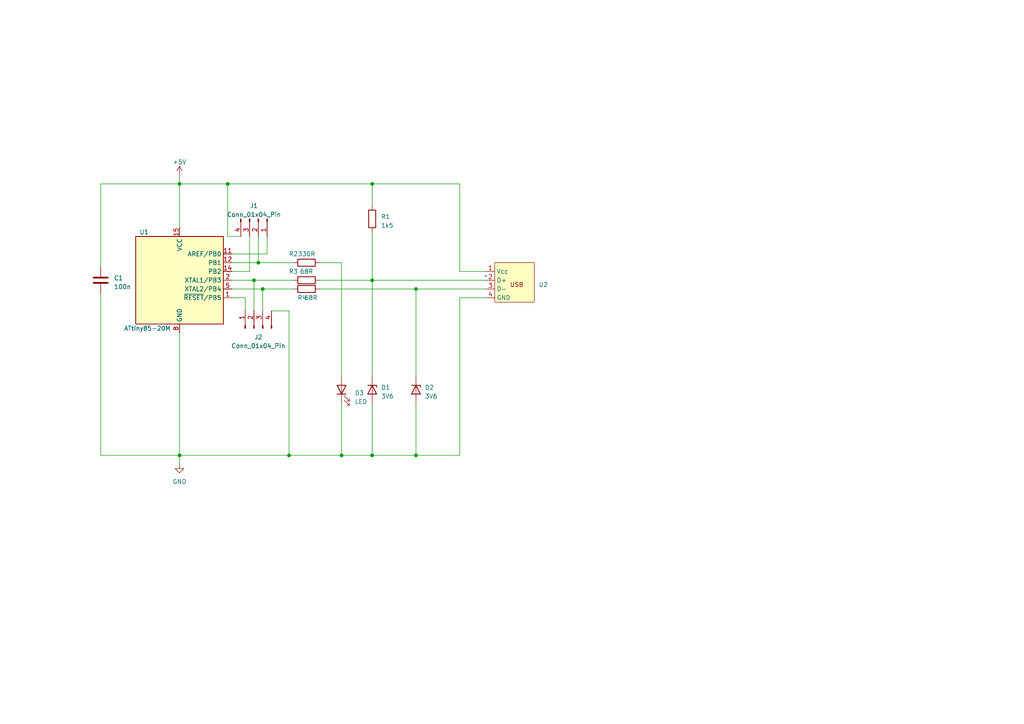
<source format=kicad_sch>
(kicad_sch (version 20230121) (generator eeschema)
  (paper "A4")
  (lib_symbols
    (symbol "Connector:Conn_01x04_Pin" (pin_names (offset 1.016) hide)
      (property "Reference" "J" (at 0 5.08 0))
      (property "Value" "Conn_01x04_Pin" (at 0 -7.62 0))
      (symbol "Conn_01x04_Pin_1_1"
        (polyline (pts (xy 1.27 -5.08) (xy 0.8636 -5.08)) (stroke (width 0.1524)))
        (polyline (pts (xy 1.27 -2.54) (xy 0.8636 -2.54)) (stroke (width 0.1524)))
        (polyline (pts (xy 1.27 0) (xy 0.8636 0)) (stroke (width 0.1524)))
        (polyline (pts (xy 1.27 2.54) (xy 0.8636 2.54)) (stroke (width 0.1524)))
        (rectangle (start 0.8636 -4.953) (end 0 -5.207) (stroke (width 0.1524)) (fill (type outline)))
        (rectangle (start 0.8636 -2.413) (end 0 -2.667) (stroke (width 0.1524)) (fill (type outline)))
        (rectangle (start 0.8636 0.127) (end 0 -0.127) (stroke (width 0.1524)) (fill (type outline)))
        (rectangle (start 0.8636 2.667) (end 0 2.413) (stroke (width 0.1524)) (fill (type outline)))
        (pin passive line (at 5.08 2.54 180) (length 3.81) (name "Pin_1") (number "1"))
        (pin passive line (at 5.08 0 180) (length 3.81) (name "Pin_2") (number "2"))
        (pin passive line (at 5.08 -2.54 180) (length 3.81) (name "Pin_3") (number "3"))
        (pin passive line (at 5.08 -5.08 180) (length 3.81) (name "Pin_4") (number "4"))
      )
    )
    (symbol "Device:C" (pin_numbers hide) (pin_names (offset 0.254))
      (property "Reference" "C" (at 0.635 2.54 0))
      (property "Value" "C" (at 0.635 -2.54 0))
      (symbol "C_0_1"
        (polyline (pts (xy -2.032 -0.762) (xy 2.032 -0.762)) (stroke (width 0.508)))
        (polyline (pts (xy -2.032 0.762) (xy 2.032 0.762)) (stroke (width 0.508)))
      )
      (symbol "C_1_1"
        (pin passive line (at 0 3.81 270) (length 2.794) (name "~") (number "1"))
        (pin passive line (at 0 -3.81 90) (length 2.794) (name "~") (number "2"))
      )
    )
    (symbol "Device:D_Zener" (pin_numbers hide) (pin_names (offset 1.016) hide)
      (property "Reference" "D" (at 0 2.54 0))
      (property "Value" "D_Zener" (at 0 -2.54 0))
      (symbol "D_Zener_0_1"
        (polyline (pts (xy 1.27 0) (xy -1.27 0)))
        (polyline (pts (xy -1.27 -1.27) (xy -1.27 1.27) (xy -0.762 1.27)) (stroke (width 0.254)))
        (polyline (pts (xy 1.27 -1.27) (xy 1.27 1.27) (xy -1.27 0) (xy 1.27 -1.27)) (stroke (width 0.254)))
      )
      (symbol "D_Zener_1_1"
        (pin passive line (at -3.81 0 0) (length 2.54) (name "K") (number "1"))
        (pin passive line (at 3.81 0 180) (length 2.54) (name "A") (number "2"))
      )
    )
    (symbol "Device:LED" (pin_numbers hide) (pin_names (offset 1.016) hide)
      (property "Reference" "D" (at 0 2.54 0))
      (property "Value" "LED" (at 0 -2.54 0))
      (symbol "LED_0_1"
        (polyline (pts (xy -1.27 -1.27) (xy -1.27 1.27)) (stroke (width 0.254)))
        (polyline (pts (xy -1.27 0) (xy 1.27 0)))
        (polyline (pts (xy 1.27 -1.27) (xy 1.27 1.27) (xy -1.27 0) (xy 1.27 -1.27)) (stroke (width 0.254)))
        (polyline (pts (xy -3.048 -0.762) (xy -4.572 -2.286) (xy -3.81 -2.286) (xy -4.572 -2.286) (xy -4.572 -1.524)))
        (polyline (pts (xy -1.778 -0.762) (xy -3.302 -2.286) (xy -2.54 -2.286) (xy -3.302 -2.286) (xy -3.302 -1.524)))
      )
      (symbol "LED_1_1"
        (pin passive line (at -3.81 0 0) (length 2.54) (name "K") (number "1"))
        (pin passive line (at 3.81 0 180) (length 2.54) (name "A") (number "2"))
      )
    )
    (symbol "Device:R" (pin_numbers hide) (pin_names (offset 0))
      (property "Reference" "R" (at 2.032 0 90))
      (property "Value" "R" (at 0 0 90))
      (symbol "R_0_1"
        (rectangle (start -1.016 -2.54) (end 1.016 2.54) (stroke (width 0.254)))
      )
      (symbol "R_1_1"
        (pin passive line (at 0 3.81 270) (length 1.27) (name "~") (number "1"))
        (pin passive line (at 0 -3.81 90) (length 1.27) (name "~") (number "2"))
      )
    )
    (symbol "MCU_Microchip_ATtiny:ATtiny85-20M"
      (property "Reference" "U" (at -12.7 13.97 0))
      (property "Value" "ATtiny85-20M" (at 2.54 -13.97 0))
      (symbol "ATtiny85-20M_0_1"
        (rectangle (start -12.7 -12.7) (end 12.7 12.7) (stroke (width 0.254)) (fill (type background)))
      )
      (symbol "ATtiny85-20M_1_1"
        (pin bidirectional line (at 15.24 -5.08 180) (length 2.54) (name "~{RESET}/PB5") (number "1"))
        (pin no_connect line (at -12.7 -2.54 0) (length 2.54) hide (name "NC") (number "10"))
        (pin bidirectional line (at 15.24 7.62 180) (length 2.54) (name "AREF/PB0") (number "11"))
        (pin bidirectional line (at 15.24 5.08 180) (length 2.54) (name "PB1") (number "12"))
        (pin no_connect line (at -12.7 -5.08 0) (length 2.54) hide (name "NC") (number "13"))
        (pin bidirectional line (at 15.24 2.54 180) (length 2.54) (name "PB2") (number "14"))
        (pin power_in line (at 0 15.24 270) (length 2.54) (name "VCC") (number "15"))
        (pin no_connect line (at -12.7 -7.62 0) (length 2.54) hide (name "NC") (number "16"))
        (pin no_connect line (at -12.7 -10.16 0) (length 2.54) hide (name "NC") (number "17"))
        (pin no_connect line (at -7.62 -12.7 90) (length 2.54) hide (name "NC") (number "18"))
        (pin no_connect line (at -5.08 -12.7 90) (length 2.54) hide (name "NC") (number "19"))
        (pin bidirectional line (at 15.24 0 180) (length 2.54) (name "XTAL1/PB3") (number "2"))
        (pin no_connect line (at -2.54 -12.7 90) (length 2.54) hide (name "NC") (number "20"))
        (pin passive line (at 0 -15.24 90) (length 2.54) hide (name "GND") (number "21"))
        (pin no_connect line (at -12.7 10.16 0) (length 2.54) hide (name "NC") (number "3"))
        (pin no_connect line (at -12.7 7.62 0) (length 2.54) hide (name "NC") (number "4"))
        (pin bidirectional line (at 15.24 -2.54 180) (length 2.54) (name "XTAL2/PB4") (number "5"))
        (pin no_connect line (at -12.7 5.08 0) (length 2.54) hide (name "NC") (number "6"))
        (pin no_connect line (at -12.7 2.54 0) (length 2.54) hide (name "NC") (number "7"))
        (pin power_in line (at 0 -15.24 90) (length 2.54) (name "GND") (number "8"))
        (pin no_connect line (at -12.7 0 0) (length 2.54) hide (name "NC") (number "9"))
      )
    )
    (symbol "My_First_Sym_Lib:USB_PCB_CONN"
      (property "Reference" "U" (at 3.81 5.08 0))
      (symbol "USB_PCB_CONN_0_1"
        (rectangle (start 2.54 3.81) (end 13.97 -7.62) (fill (type background)))
        (text "USB" (at 8.89 -2.54 0) (effects (font (size 1.27 1.27))))
      )
      (symbol "USB_PCB_CONN_1_1"
        (pin power_in line (at 0 1.27 0) (length 2.54) (name "Vcc") (number "1"))
        (pin bidirectional line (at 0 -1.27 0) (length 2.54) (name "D+") (number "2"))
        (pin bidirectional line (at 0 -3.81 0) (length 2.54) (name "D-") (number "3"))
        (pin power_in line (at 0 -6.35 0) (length 2.54) (name "GND") (number "4"))
      )
    )
    (symbol "power:+5V" (power) (pin_names (offset 0))
      (property "Value" "+5V" (at 0 3.556 0))
      (symbol "+5V_0_1"
        (polyline (pts (xy -0.762 1.27) (xy 0 2.54)))
        (polyline (pts (xy 0 0) (xy 0 2.54)))
        (polyline (pts (xy 0 2.54) (xy 0.762 1.27)))
      )
      (symbol "+5V_1_1"
        (pin power_in line (at 0 0 90) (length 0) hide (name "+5V") (number "1"))
      )
    )
    (symbol "power:GND" (power) (pin_names (offset 0))
      (property "Value" "GND" (at 0 -3.81 0))
      (symbol "GND_0_1"
        (polyline (pts (xy 0 0) (xy 0 -1.27) (xy 1.27 -1.27) (xy 0 -2.54) (xy -1.27 -1.27) (xy 0 -1.27)))
      )
      (symbol "GND_1_1"
        (pin power_in line (at 0 0 270) (length 0) hide (name "GND") (number "1"))
      )
    )
  )
  (junction (at 52.07 132.08))
  (junction (at 76.2 83.82))
  (junction (at 107.95 132.08))
  (junction (at 120.65 83.82))
  (junction (at 120.65 132.08))
  (junction (at 66.04 53.34))
  (junction (at 99.06 132.08))
  (junction (at 74.93 76.2))
  (junction (at 52.07 53.34))
  (junction (at 107.95 81.28))
  (junction (at 83.82 132.08))
  (junction (at 73.66 81.28))
  (junction (at 107.95 53.34))
  (wire (pts (xy 52.07 53.34) (xy 52.07 66.04)))
  (wire (pts (xy 52.07 50.8) (xy 52.07 53.34)))
  (wire (pts (xy 99.06 76.2) (xy 99.06 109.22)))
  (wire (pts (xy 77.47 68.58) (xy 77.47 73.66)))
  (wire (pts (xy 77.47 73.66) (xy 67.31 73.66)))
  (wire (pts (xy 67.31 81.28) (xy 73.66 81.28)))
  (wire (pts (xy 52.07 96.52) (xy 52.07 132.08)))
  (wire (pts (xy 92.71 83.82) (xy 120.65 83.82)))
  (wire (pts (xy 140.97 83.82) (xy 120.65 83.82)))
  (wire (pts (xy 73.66 81.28) (xy 73.66 90.17)))
  (wire (pts (xy 85.09 76.2) (xy 74.93 76.2)))
  (wire (pts (xy 107.95 59.69) (xy 107.95 53.34)))
  (wire (pts (xy 92.71 81.28) (xy 107.95 81.28)))
  (wire (pts (xy 85.09 81.28) (xy 73.66 81.28)))
  (wire (pts (xy 120.65 83.82) (xy 120.65 109.22)))
  (wire (pts (xy 29.21 53.34) (xy 52.07 53.34)))
  (wire (pts (xy 66.04 53.34) (xy 107.95 53.34)))
  (wire (pts (xy 140.97 86.36) (xy 133.35 86.36)))
  (wire (pts (xy 74.93 76.2) (xy 74.93 68.58)))
  (wire (pts (xy 133.35 132.08) (xy 120.65 132.08)))
  (wire (pts (xy 140.97 81.28) (xy 107.95 81.28)))
  (wire (pts (xy 66.04 53.34) (xy 52.07 53.34)))
  (wire (pts (xy 66.04 68.58) (xy 66.04 53.34)))
  (wire (pts (xy 83.82 132.08) (xy 99.06 132.08)))
  (wire (pts (xy 67.31 76.2) (xy 74.93 76.2)))
  (wire (pts (xy 71.12 90.17) (xy 71.12 86.36)))
  (wire (pts (xy 52.07 132.08) (xy 52.07 134.62)))
  (wire (pts (xy 83.82 90.17) (xy 83.82 132.08)))
  (wire (pts (xy 67.31 83.82) (xy 76.2 83.82)))
  (wire (pts (xy 67.31 78.74) (xy 72.39 78.74)))
  (wire (pts (xy 72.39 78.74) (xy 72.39 68.58)))
  (wire (pts (xy 29.21 53.34) (xy 29.21 77.47)))
  (wire (pts (xy 133.35 53.34) (xy 133.35 78.74)))
  (wire (pts (xy 92.71 76.2) (xy 99.06 76.2)))
  (wire (pts (xy 107.95 81.28) (xy 107.95 109.22)))
  (wire (pts (xy 107.95 116.84) (xy 107.95 132.08)))
  (wire (pts (xy 29.21 132.08) (xy 52.07 132.08)))
  (wire (pts (xy 133.35 78.74) (xy 140.97 78.74)))
  (wire (pts (xy 99.06 116.84) (xy 99.06 132.08)))
  (wire (pts (xy 99.06 132.08) (xy 107.95 132.08)))
  (wire (pts (xy 83.82 132.08) (xy 52.07 132.08)))
  (wire (pts (xy 120.65 132.08) (xy 107.95 132.08)))
  (wire (pts (xy 85.09 83.82) (xy 76.2 83.82)))
  (wire (pts (xy 69.85 68.58) (xy 66.04 68.58)))
  (wire (pts (xy 120.65 116.84) (xy 120.65 132.08)))
  (wire (pts (xy 29.21 85.09) (xy 29.21 132.08)))
  (wire (pts (xy 78.74 90.17) (xy 83.82 90.17)))
  (wire (pts (xy 133.35 86.36) (xy 133.35 132.08)))
  (wire (pts (xy 76.2 83.82) (xy 76.2 90.17)))
  (wire (pts (xy 107.95 67.31) (xy 107.95 81.28)))
  (wire (pts (xy 71.12 86.36) (xy 67.31 86.36)))
  (wire (pts (xy 133.35 53.34) (xy 107.95 53.34)))
  (symbol (lib_id "Connector:Conn_01x04_Pin") (at 74.93 63.5 270) (unit 1)
    (property "Reference" "J1" (at 73.66 59.69 90))
    (property "Value" "Conn_01x04_Pin" (at 73.66 62.23 90))
    (property "Footprint" "Connector:FanPinHeader_1x04_P2.54mm_Vertical" (effects hide))
  )
  (symbol (lib_id "Device:D_Zener") (at 107.95 113.03 270) (unit 1)
    (property "Reference" "D1" (at 110.49 112.395 90) (effects (justify left)))
    (property "Value" "3V6" (at 110.49 114.935 90) (effects (justify left)))
    (property "Footprint" "Diode_SMD:D_SOD-123" (effects hide))
  )
  (symbol (lib_id "power:+5V") (at 52.07 50.8 0) (unit 1)
    (property "Reference" "#PWR0101" (effects hide))
    (property "Value" "+5V" (at 52.07 46.99 0))
  )
  (symbol (lib_id "Device:R") (at 88.9 83.82 270) (unit 1)
    (property "Reference" "R4" (at 87.63 86.36 90))
    (property "Value" "68R" (at 90.17 86.36 90))
    (property "Footprint" "Resistor_SMD:R_0805_2012Metric_Pad1.20x1.40mm_HandSolder" (effects hide))
  )
  (symbol (lib_id "Device:C") (at 29.21 81.28 0) (unit 1)
    (property "Reference" "C1" (at 33.02 80.645 0) (effects (justify left)))
    (property "Value" "100n" (at 33.02 83.185 0) (effects (justify left)))
    (property "Footprint" "Capacitor_SMD:C_1206_3216Metric_Pad1.33x1.80mm_HandSolder" (effects hide))
  )
  (symbol (lib_id "MCU_Microchip_ATtiny:ATtiny85-20M") (at 52.07 81.28 0) (unit 1)
    (property "Reference" "U1" (at 43.18 67.31 0) (effects (justify right)))
    (property "Value" "ATtiny85-20M" (at 49.53 95.25 0) (effects (justify right)))
    (property "Footprint" "Package_DFN_QFN:QFN-20-1EP_4x4mm_P0.5mm_EP2.6x2.6mm" (effects hide))
    (property "Datasheet" "http://ww1.microchip.com/downloads/en/DeviceDoc/atmel-2586-avr-8-bit-microcontroller-attiny25-attiny45-attiny85_datasheet.pdf" (effects hide))
  )
  (symbol (lib_id "Device:R") (at 88.9 81.28 270) (unit 1)
    (property "Reference" "R3" (at 85.09 78.74 90))
    (property "Value" "68R" (at 88.9 78.74 90))
    (property "Footprint" "Resistor_SMD:R_0805_2012Metric_Pad1.20x1.40mm_HandSolder" (effects hide))
  )
  (symbol (lib_id "power:GND") (at 52.07 134.62 0) (unit 1)
    (property "Reference" "#PWR0102" (effects hide))
    (property "Value" "GND" (at 52.07 139.7 0))
  )
  (symbol (lib_id "Connector:Conn_01x04_Pin") (at 73.66 95.25 90) (unit 1)
    (property "Reference" "J2" (at 74.93 97.79 90))
    (property "Value" "Conn_01x04_Pin" (at 74.93 100.33 90))
    (property "Footprint" "Connector:FanPinHeader_1x04_P2.54mm_Vertical" (effects hide))
  )
  (symbol (lib_id "Device:R") (at 88.9 76.2 270) (unit 1)
    (property "Reference" "R2" (at 85.09 73.66 90))
    (property "Value" "330R" (at 88.9 73.66 90))
    (property "Footprint" "Resistor_SMD:R_0805_2012Metric_Pad1.20x1.40mm_HandSolder" (effects hide))
  )
  (symbol (lib_id "Device:D_Zener") (at 120.65 113.03 270) (unit 1)
    (property "Reference" "D2" (at 123.19 112.395 90) (effects (justify left)))
    (property "Value" "3V6" (at 123.19 114.935 90) (effects (justify left)))
    (property "Footprint" "Diode_SMD:D_SOD-123" (effects hide))
  )
  (symbol (lib_id "My_First_Sym_Lib:USB_PCB_CONN") (at 140.97 80.01 0) (unit 1)
    (property "Reference" "U2" (at 156.21 82.55 0) (effects (justify left)))
    (property "Value" "~" (at 140.97 80.01 0))
    (property "Footprint" "My_costum_Lib_footprint:USB_PCB_Connector" (effects hide))
  )
  (symbol (lib_id "Device:LED") (at 99.06 113.03 90) (unit 1)
    (property "Reference" "D3" (at 102.87 113.9825 90) (effects (justify right)))
    (property "Value" "LED" (at 102.87 116.5225 90) (effects (justify right)))
    (property "Footprint" "LED_SMD:LED_0603_1608Metric_Pad1.05x0.95mm_HandSolder" (effects hide))
  )
  (symbol (lib_id "Device:R") (at 107.95 63.5 180) (unit 1)
    (property "Reference" "R1" (at 110.49 62.865 0) (effects (justify right)))
    (property "Value" "1k5" (at 110.49 65.405 0) (effects (justify right)))
    (property "Footprint" "Resistor_SMD:R_0805_2012Metric_Pad1.20x1.40mm_HandSolder" (effects hide))
  )
)
</source>
